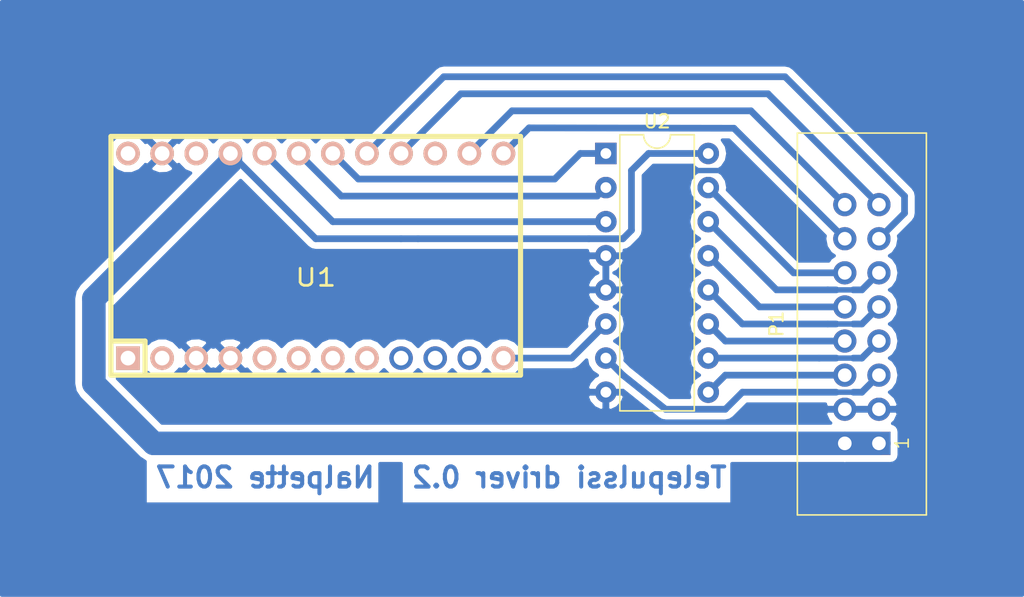
<source format=kicad_pcb>
(kicad_pcb (version 4) (host pcbnew 4.0.7-e1-6374~58~ubuntu17.04.1)

  (general
    (links 26)
    (no_connects 0)
    (area 122.555 90.17 198.755001 134.620001)
    (thickness 1.6)
    (drawings 2)
    (tracks 78)
    (zones 0)
    (modules 3)
    (nets 31)
  )

  (page A4)
  (title_block
    (title "Telepulssi driver")
    (date 2017-08-14)
    (rev 0.2)
    (company Nalpette)
  )

  (layers
    (0 F.Cu signal)
    (31 B.Cu signal)
    (32 B.Adhes user)
    (33 F.Adhes user)
    (34 B.Paste user)
    (35 F.Paste user)
    (36 B.SilkS user)
    (37 F.SilkS user)
    (38 B.Mask user)
    (39 F.Mask user)
    (40 Dwgs.User user)
    (41 Cmts.User user)
    (42 Eco1.User user)
    (43 Eco2.User user)
    (44 Edge.Cuts user)
    (45 Margin user)
    (46 B.CrtYd user)
    (47 F.CrtYd user)
    (48 B.Fab user)
    (49 F.Fab user)
  )

  (setup
    (last_trace_width 1.7526)
    (user_trace_width 0.5)
    (user_trace_width 1)
    (user_trace_width 1.7526)
    (trace_clearance 0.2)
    (zone_clearance 0.508)
    (zone_45_only no)
    (trace_min 0.4)
    (segment_width 0.2)
    (edge_width 0.1)
    (via_size 0.6)
    (via_drill 0.4)
    (via_min_size 0.4)
    (via_min_drill 0.3)
    (user_via 1 0.5)
    (uvia_size 0.3)
    (uvia_drill 0.1)
    (uvias_allowed no)
    (uvia_min_size 0.2)
    (uvia_min_drill 0.1)
    (pcb_text_width 0.3)
    (pcb_text_size 1.5 1.5)
    (mod_edge_width 0.15)
    (mod_text_size 1 1)
    (mod_text_width 0.15)
    (pad_size 1.7526 1.7526)
    (pad_drill 1.0922)
    (pad_to_mask_clearance 0)
    (aux_axis_origin 0 0)
    (visible_elements FFFFFF7F)
    (pcbplotparams
      (layerselection 0x00030_80000001)
      (usegerberextensions false)
      (excludeedgelayer true)
      (linewidth 0.100000)
      (plotframeref false)
      (viasonmask false)
      (mode 1)
      (useauxorigin false)
      (hpglpennumber 1)
      (hpglpenspeed 20)
      (hpglpendiameter 15)
      (hpglpenoverlay 2)
      (psnegative false)
      (psa4output false)
      (plotreference true)
      (plotvalue true)
      (plotinvisibletext false)
      (padsonsilk false)
      (subtractmaskfromsilk false)
      (outputformat 1)
      (mirror false)
      (drillshape 0)
      (scaleselection 1)
      (outputdirectory ../testi-ulos/))
  )

  (net 0 "")
  (net 1 GND)
  (net 2 "Net-(P1-Pad5)")
  (net 3 "Net-(P1-Pad6)")
  (net 4 "Net-(P1-Pad7)")
  (net 5 "Net-(P1-Pad8)")
  (net 6 "Net-(P1-Pad9)")
  (net 7 "Net-(P1-Pad10)")
  (net 8 "Net-(P1-Pad11)")
  (net 9 "Net-(P1-Pad12)")
  (net 10 "Net-(U1-Pad1)")
  (net 11 "Net-(U1-Pad2)")
  (net 12 "Net-(U1-Pad5)")
  (net 13 "Net-(U1-Pad6)")
  (net 14 "Net-(U1-Pad9)")
  (net 15 "Net-(U1-Pad10)")
  (net 16 "Net-(U1-Pad11)")
  (net 17 "Net-(U1-Pad18)")
  (net 18 "Net-(U1-Pad19)")
  (net 19 "Net-(U1-Pad20)")
  (net 20 "Net-(U1-Pad22)")
  (net 21 "Net-(U1-Pad12)")
  (net 22 "Net-(U1-Pad24)")
  (net 23 +5V)
  (net 24 "Net-(U1-Pad15)")
  (net 25 DATA)
  (net 26 "Net-(U1-Pad7)")
  (net 27 "Net-(U1-Pad8)")
  (net 28 COL)
  (net 29 ROW)
  (net 30 CLK)

  (net_class Default "This is the default net class."
    (clearance 0.2)
    (trace_width 0.4)
    (via_dia 0.6)
    (via_drill 0.4)
    (uvia_dia 0.3)
    (uvia_drill 0.1)
    (add_net +5V)
    (add_net CLK)
    (add_net COL)
    (add_net DATA)
    (add_net GND)
    (add_net "Net-(P1-Pad10)")
    (add_net "Net-(P1-Pad11)")
    (add_net "Net-(P1-Pad12)")
    (add_net "Net-(P1-Pad5)")
    (add_net "Net-(P1-Pad6)")
    (add_net "Net-(P1-Pad7)")
    (add_net "Net-(P1-Pad8)")
    (add_net "Net-(P1-Pad9)")
    (add_net "Net-(U1-Pad1)")
    (add_net "Net-(U1-Pad10)")
    (add_net "Net-(U1-Pad11)")
    (add_net "Net-(U1-Pad12)")
    (add_net "Net-(U1-Pad15)")
    (add_net "Net-(U1-Pad18)")
    (add_net "Net-(U1-Pad19)")
    (add_net "Net-(U1-Pad2)")
    (add_net "Net-(U1-Pad20)")
    (add_net "Net-(U1-Pad22)")
    (add_net "Net-(U1-Pad24)")
    (add_net "Net-(U1-Pad5)")
    (add_net "Net-(U1-Pad6)")
    (add_net "Net-(U1-Pad7)")
    (add_net "Net-(U1-Pad8)")
    (add_net "Net-(U1-Pad9)")
    (add_net ROW)
  )

  (module Connectors:IDC_Header_Straight_16pins (layer F.Cu) (tedit 0) (tstamp 5990426A)
    (at 187.96 123.19 90)
    (descr "16 pins through hole IDC header")
    (tags "IDC header socket VASCH")
    (path /5990061F)
    (fp_text reference P1 (at 8.89 -7.62 90) (layer F.SilkS)
      (effects (font (size 1 1) (thickness 0.15)))
    )
    (fp_text value HE10-16 (at 8.89 5.223 90) (layer F.Fab)
      (effects (font (size 1 1) (thickness 0.15)))
    )
    (fp_line (start -5.08 -5.82) (end 22.86 -5.82) (layer F.Fab) (width 0.1))
    (fp_line (start -4.54 -5.27) (end 22.3 -5.27) (layer F.Fab) (width 0.1))
    (fp_line (start -5.08 3.28) (end 22.86 3.28) (layer F.Fab) (width 0.1))
    (fp_line (start -4.54 2.73) (end 6.64 2.73) (layer F.Fab) (width 0.1))
    (fp_line (start 11.14 2.73) (end 22.3 2.73) (layer F.Fab) (width 0.1))
    (fp_line (start 6.64 2.73) (end 6.64 3.28) (layer F.Fab) (width 0.1))
    (fp_line (start 11.14 2.73) (end 11.14 3.28) (layer F.Fab) (width 0.1))
    (fp_line (start -5.08 -5.82) (end -5.08 3.28) (layer F.Fab) (width 0.1))
    (fp_line (start -4.54 -5.27) (end -4.54 2.73) (layer F.Fab) (width 0.1))
    (fp_line (start 22.86 -5.82) (end 22.86 3.28) (layer F.Fab) (width 0.1))
    (fp_line (start 22.3 -5.27) (end 22.3 2.73) (layer F.Fab) (width 0.1))
    (fp_line (start -5.08 -5.82) (end -4.54 -5.27) (layer F.Fab) (width 0.1))
    (fp_line (start 22.86 -5.82) (end 22.3 -5.27) (layer F.Fab) (width 0.1))
    (fp_line (start -5.08 3.28) (end -4.54 2.73) (layer F.Fab) (width 0.1))
    (fp_line (start 22.86 3.28) (end 22.3 2.73) (layer F.Fab) (width 0.1))
    (fp_line (start -5.58 -6.32) (end 23.36 -6.32) (layer F.CrtYd) (width 0.05))
    (fp_line (start 23.36 -6.32) (end 23.36 3.78) (layer F.CrtYd) (width 0.05))
    (fp_line (start 23.36 3.78) (end -5.58 3.78) (layer F.CrtYd) (width 0.05))
    (fp_line (start -5.58 3.78) (end -5.58 -6.32) (layer F.CrtYd) (width 0.05))
    (fp_text user 1 (at 0.02 1.72 90) (layer F.SilkS)
      (effects (font (size 1 1) (thickness 0.12)))
    )
    (fp_line (start -5.33 -6.07) (end 23.11 -6.07) (layer F.SilkS) (width 0.12))
    (fp_line (start 23.11 -6.07) (end 23.11 3.53) (layer F.SilkS) (width 0.12))
    (fp_line (start 23.11 3.53) (end -5.33 3.53) (layer F.SilkS) (width 0.12))
    (fp_line (start -5.33 3.53) (end -5.33 -6.07) (layer F.SilkS) (width 0.12))
    (pad 1 thru_hole rect (at 0 0 90) (size 1.7272 1.7272) (drill 1.016) (layers *.Cu *.Mask)
      (net 23 +5V))
    (pad 2 thru_hole oval (at 0 -2.54 90) (size 1.7272 1.7272) (drill 1.016) (layers *.Cu *.Mask)
      (net 23 +5V))
    (pad 3 thru_hole oval (at 2.54 0 90) (size 1.7272 1.7272) (drill 1.016) (layers *.Cu *.Mask)
      (net 1 GND))
    (pad 4 thru_hole oval (at 2.54 -2.54 90) (size 1.7272 1.7272) (drill 1.016) (layers *.Cu *.Mask)
      (net 1 GND))
    (pad 5 thru_hole oval (at 5.08 0 90) (size 1.7272 1.7272) (drill 1.016) (layers *.Cu *.Mask)
      (net 2 "Net-(P1-Pad5)"))
    (pad 6 thru_hole oval (at 5.08 -2.54 90) (size 1.7272 1.7272) (drill 1.016) (layers *.Cu *.Mask)
      (net 3 "Net-(P1-Pad6)"))
    (pad 7 thru_hole oval (at 7.62 0 90) (size 1.7272 1.7272) (drill 1.016) (layers *.Cu *.Mask)
      (net 4 "Net-(P1-Pad7)"))
    (pad 8 thru_hole oval (at 7.62 -2.54 90) (size 1.7272 1.7272) (drill 1.016) (layers *.Cu *.Mask)
      (net 5 "Net-(P1-Pad8)"))
    (pad 9 thru_hole oval (at 10.16 0 90) (size 1.7272 1.7272) (drill 1.016) (layers *.Cu *.Mask)
      (net 6 "Net-(P1-Pad9)"))
    (pad 10 thru_hole oval (at 10.16 -2.54 90) (size 1.7272 1.7272) (drill 1.016) (layers *.Cu *.Mask)
      (net 7 "Net-(P1-Pad10)"))
    (pad 11 thru_hole oval (at 12.7 0 90) (size 1.7272 1.7272) (drill 1.016) (layers *.Cu *.Mask)
      (net 8 "Net-(P1-Pad11)"))
    (pad 12 thru_hole oval (at 12.7 -2.54 90) (size 1.7272 1.7272) (drill 1.016) (layers *.Cu *.Mask)
      (net 9 "Net-(P1-Pad12)"))
    (pad 13 thru_hole oval (at 15.24 0 90) (size 1.7272 1.7272) (drill 1.016) (layers *.Cu *.Mask)
      (net 28 COL))
    (pad 14 thru_hole oval (at 15.24 -2.54 90) (size 1.7272 1.7272) (drill 1.016) (layers *.Cu *.Mask)
      (net 29 ROW))
    (pad 15 thru_hole oval (at 17.78 0 90) (size 1.7272 1.7272) (drill 1.016) (layers *.Cu *.Mask)
      (net 30 CLK))
    (pad 16 thru_hole oval (at 17.78 -2.54 90) (size 1.7272 1.7272) (drill 1.016) (layers *.Cu *.Mask)
      (net 25 DATA))
  )

  (module Atreus62:ARDUINO_PRO_MICRO (layer F.Cu) (tedit 599200CC) (tstamp 59904286)
    (at 146.05 109.22)
    (path /59900E4F)
    (fp_text reference U1 (at 0 1.625) (layer F.SilkS)
      (effects (font (size 1.27 1.524) (thickness 0.2032)))
    )
    (fp_text value ARDUINO_PRO_MICRO (at 0 0) (layer F.SilkS) hide
      (effects (font (size 1.27 1.524) (thickness 0.2032)))
    )
    (fp_line (start -15.24 -8.89) (end -15.24 8.89) (layer F.SilkS) (width 0.381))
    (fp_line (start -15.24 8.89) (end 15.24 8.89) (layer F.SilkS) (width 0.381))
    (fp_line (start 15.24 8.89) (end 15.24 -8.89) (layer F.SilkS) (width 0.381))
    (fp_line (start 15.24 -8.89) (end -15.24 -8.89) (layer F.SilkS) (width 0.381))
    (fp_line (start -15.24 6.35) (end -12.7 6.35) (layer F.SilkS) (width 0.381))
    (fp_line (start -12.7 6.35) (end -12.7 8.89) (layer F.SilkS) (width 0.381))
    (pad 1 thru_hole rect (at -13.97 7.62) (size 1.7526 1.7526) (drill 1.0922) (layers *.Cu *.SilkS *.Mask)
      (net 10 "Net-(U1-Pad1)"))
    (pad 2 thru_hole circle (at -11.43 7.62) (size 1.7526 1.7526) (drill 1.0922) (layers *.Cu *.SilkS *.Mask)
      (net 11 "Net-(U1-Pad2)"))
    (pad 3 thru_hole circle (at -8.89 7.62) (size 1.7526 1.7526) (drill 1.0922) (layers *.Cu *.SilkS *.Mask)
      (net 1 GND))
    (pad 4 thru_hole circle (at -6.35 7.62) (size 1.7526 1.7526) (drill 1.0922) (layers *.Cu *.SilkS *.Mask)
      (net 1 GND))
    (pad 5 thru_hole circle (at -3.81 7.62) (size 1.7526 1.7526) (drill 1.0922) (layers *.Cu *.SilkS *.Mask)
      (net 12 "Net-(U1-Pad5)"))
    (pad 6 thru_hole circle (at -1.27 7.62) (size 1.7526 1.7526) (drill 1.0922) (layers *.Cu *.SilkS *.Mask)
      (net 13 "Net-(U1-Pad6)"))
    (pad 7 thru_hole circle (at 1.27 7.62) (size 1.7526 1.7526) (drill 1.0922) (layers *.Cu *.SilkS *.Mask)
      (net 26 "Net-(U1-Pad7)"))
    (pad 8 thru_hole circle (at 3.81 7.62) (size 1.7526 1.7526) (drill 1.0922) (layers *.Cu *.SilkS *.Mask)
      (net 27 "Net-(U1-Pad8)"))
    (pad 9 thru_hole circle (at 6.35 7.62) (size 1.7526 1.7526) (drill 1.0922) (layers *.Cu *.Mask)
      (net 14 "Net-(U1-Pad9)"))
    (pad 10 thru_hole circle (at 8.89 7.62) (size 1.7526 1.7526) (drill 1.0922) (layers *.Cu *.Mask)
      (net 15 "Net-(U1-Pad10)"))
    (pad 11 thru_hole circle (at 11.43 7.62) (size 1.7526 1.7526) (drill 1.0922) (layers *.Cu *.Mask)
      (net 16 "Net-(U1-Pad11)"))
    (pad 13 thru_hole circle (at 13.97 -7.62) (size 1.7526 1.7526) (drill 1.0922) (layers *.Cu *.SilkS *.Mask)
      (net 29 ROW))
    (pad 14 thru_hole circle (at 11.43 -7.62) (size 1.7526 1.7526) (drill 1.0922) (layers *.Cu *.SilkS *.Mask)
      (net 25 DATA))
    (pad 15 thru_hole circle (at 8.89 -7.62) (size 1.7526 1.7526) (drill 1.0922) (layers *.Cu *.SilkS *.Mask)
      (net 24 "Net-(U1-Pad15)"))
    (pad 16 thru_hole circle (at 6.35 -7.62) (size 1.7526 1.7526) (drill 1.0922) (layers *.Cu *.SilkS *.Mask)
      (net 30 CLK))
    (pad 17 thru_hole circle (at 3.81 -7.62) (size 1.7526 1.7526) (drill 1.0922) (layers *.Cu *.SilkS *.Mask)
      (net 28 COL))
    (pad 18 thru_hole circle (at 1.27 -7.62) (size 1.7526 1.7526) (drill 1.0922) (layers *.Cu *.SilkS *.Mask)
      (net 17 "Net-(U1-Pad18)"))
    (pad 19 thru_hole circle (at -1.27 -7.62) (size 1.7526 1.7526) (drill 1.0922) (layers *.Cu *.SilkS *.Mask)
      (net 18 "Net-(U1-Pad19)"))
    (pad 20 thru_hole circle (at -3.81 -7.62) (size 1.7526 1.7526) (drill 1.0922) (layers *.Cu *.SilkS *.Mask)
      (net 19 "Net-(U1-Pad20)"))
    (pad 21 thru_hole circle (at -6.35 -7.62) (size 1.7526 1.7526) (drill 1.0922) (layers *.Cu *.SilkS *.Mask)
      (net 23 +5V))
    (pad 22 thru_hole circle (at -8.89 -7.62) (size 1.7526 1.7526) (drill 1.0922) (layers *.Cu *.SilkS *.Mask)
      (net 20 "Net-(U1-Pad22)"))
    (pad 23 thru_hole circle (at -11.43 -7.62) (size 1.7526 1.7526) (drill 1.0922) (layers *.Cu *.SilkS *.Mask)
      (net 1 GND))
    (pad 12 thru_hole circle (at 13.97 7.62) (size 1.7526 1.7526) (drill 1.0922) (layers *.Cu *.SilkS *.Mask)
      (net 21 "Net-(U1-Pad12)"))
    (pad 24 thru_hole circle (at -13.97 -7.62) (size 1.7526 1.7526) (drill 1.0922) (layers *.Cu *.SilkS *.Mask)
      (net 22 "Net-(U1-Pad24)"))
  )

  (module Housings_DIP:DIP-16_W7.62mm (layer F.Cu) (tedit 586281B4) (tstamp 5990429A)
    (at 167.64 101.6)
    (descr "16-lead dip package, row spacing 7.62 mm (300 mils)")
    (tags "DIL DIP PDIP 2.54mm 7.62mm 300mil")
    (path /5990037E)
    (fp_text reference U2 (at 3.81 -2.39) (layer F.SilkS)
      (effects (font (size 1 1) (thickness 0.15)))
    )
    (fp_text value 74LS138 (at 3.81 20.17) (layer F.Fab)
      (effects (font (size 1 1) (thickness 0.15)))
    )
    (fp_arc (start 3.81 -1.39) (end 2.81 -1.39) (angle -180) (layer F.SilkS) (width 0.12))
    (fp_line (start 1.635 -1.27) (end 6.985 -1.27) (layer F.Fab) (width 0.1))
    (fp_line (start 6.985 -1.27) (end 6.985 19.05) (layer F.Fab) (width 0.1))
    (fp_line (start 6.985 19.05) (end 0.635 19.05) (layer F.Fab) (width 0.1))
    (fp_line (start 0.635 19.05) (end 0.635 -0.27) (layer F.Fab) (width 0.1))
    (fp_line (start 0.635 -0.27) (end 1.635 -1.27) (layer F.Fab) (width 0.1))
    (fp_line (start 2.81 -1.39) (end 1.04 -1.39) (layer F.SilkS) (width 0.12))
    (fp_line (start 1.04 -1.39) (end 1.04 19.17) (layer F.SilkS) (width 0.12))
    (fp_line (start 1.04 19.17) (end 6.58 19.17) (layer F.SilkS) (width 0.12))
    (fp_line (start 6.58 19.17) (end 6.58 -1.39) (layer F.SilkS) (width 0.12))
    (fp_line (start 6.58 -1.39) (end 4.81 -1.39) (layer F.SilkS) (width 0.12))
    (fp_line (start -1.1 -1.6) (end -1.1 19.3) (layer F.CrtYd) (width 0.05))
    (fp_line (start -1.1 19.3) (end 8.7 19.3) (layer F.CrtYd) (width 0.05))
    (fp_line (start 8.7 19.3) (end 8.7 -1.6) (layer F.CrtYd) (width 0.05))
    (fp_line (start 8.7 -1.6) (end -1.1 -1.6) (layer F.CrtYd) (width 0.05))
    (pad 1 thru_hole rect (at 0 0) (size 1.6 1.6) (drill 0.8) (layers *.Cu *.Mask)
      (net 17 "Net-(U1-Pad18)"))
    (pad 9 thru_hole oval (at 7.62 17.78) (size 1.6 1.6) (drill 0.8) (layers *.Cu *.Mask)
      (net 3 "Net-(P1-Pad6)"))
    (pad 2 thru_hole oval (at 0 2.54) (size 1.6 1.6) (drill 0.8) (layers *.Cu *.Mask)
      (net 18 "Net-(U1-Pad19)"))
    (pad 10 thru_hole oval (at 7.62 15.24) (size 1.6 1.6) (drill 0.8) (layers *.Cu *.Mask)
      (net 4 "Net-(P1-Pad7)"))
    (pad 3 thru_hole oval (at 0 5.08) (size 1.6 1.6) (drill 0.8) (layers *.Cu *.Mask)
      (net 19 "Net-(U1-Pad20)"))
    (pad 11 thru_hole oval (at 7.62 12.7) (size 1.6 1.6) (drill 0.8) (layers *.Cu *.Mask)
      (net 5 "Net-(P1-Pad8)"))
    (pad 4 thru_hole oval (at 0 7.62) (size 1.6 1.6) (drill 0.8) (layers *.Cu *.Mask)
      (net 1 GND))
    (pad 12 thru_hole oval (at 7.62 10.16) (size 1.6 1.6) (drill 0.8) (layers *.Cu *.Mask)
      (net 6 "Net-(P1-Pad9)"))
    (pad 5 thru_hole oval (at 0 10.16) (size 1.6 1.6) (drill 0.8) (layers *.Cu *.Mask)
      (net 1 GND))
    (pad 13 thru_hole oval (at 7.62 7.62) (size 1.6 1.6) (drill 0.8) (layers *.Cu *.Mask)
      (net 7 "Net-(P1-Pad10)"))
    (pad 6 thru_hole oval (at 0 12.7) (size 1.6 1.6) (drill 0.8) (layers *.Cu *.Mask)
      (net 21 "Net-(U1-Pad12)"))
    (pad 14 thru_hole oval (at 7.62 5.08) (size 1.6 1.6) (drill 0.8) (layers *.Cu *.Mask)
      (net 8 "Net-(P1-Pad11)"))
    (pad 7 thru_hole oval (at 0 15.24) (size 1.6 1.6) (drill 0.8) (layers *.Cu *.Mask)
      (net 2 "Net-(P1-Pad5)"))
    (pad 15 thru_hole oval (at 7.62 2.54) (size 1.6 1.6) (drill 0.8) (layers *.Cu *.Mask)
      (net 9 "Net-(P1-Pad12)"))
    (pad 8 thru_hole oval (at 0 17.78) (size 1.6 1.6) (drill 0.8) (layers *.Cu *.Mask)
      (net 1 GND))
    (pad 16 thru_hole oval (at 7.62 0) (size 1.6 1.6) (drill 0.8) (layers *.Cu *.Mask)
      (net 23 +5V))
    (model Housings_DIP.3dshapes/DIP-16_W7.62mm.wrl
      (at (xyz 0 0 0))
      (scale (xyz 1 1 1))
      (rotate (xyz 0 0 0))
    )
  )

  (gr_text "Nalpette 2017" (at 133.985 125.73) (layer B.Cu)
    (effects (font (size 1.5 1.5) (thickness 0.3)) (justify right mirror))
  )
  (gr_text "Telepulssi driver 0.2" (at 153.035 125.73) (layer B.Cu)
    (effects (font (size 1.5 1.5) (thickness 0.3)) (justify right mirror))
  )

  (segment (start 167.64 109.22) (end 170.18 109.22) (width 0.4) (layer B.Cu) (net 1))
  (segment (start 173.355 102.87) (end 176.53 102.87) (width 0.4) (layer B.Cu) (net 1) (tstamp 599203A0))
  (segment (start 173.355 106.045) (end 173.355 102.87) (width 0.4) (layer B.Cu) (net 1) (tstamp 5992039E))
  (segment (start 170.18 109.22) (end 173.355 106.045) (width 0.4) (layer B.Cu) (net 1) (tstamp 5992039A))
  (segment (start 186.055 119.38) (end 186.69 119.38) (width 0.5) (layer B.Cu) (net 2))
  (segment (start 184.785 119.38) (end 186.055 119.38) (width 0.4) (layer B.Cu) (net 2))
  (segment (start 172.085 120.65) (end 176.53 120.65) (width 0.5) (layer B.Cu) (net 2) (tstamp 5991F662))
  (segment (start 176.53 120.65) (end 177.8 119.38) (width 0.5) (layer B.Cu) (net 2) (tstamp 5991F666))
  (segment (start 177.8 119.38) (end 184.785 119.38) (width 0.5) (layer B.Cu) (net 2) (tstamp 5991F673))
  (segment (start 168.91 118.11) (end 172.085 120.65) (width 0.5) (layer B.Cu) (net 2))
  (segment (start 186.69 119.38) (end 187.96 118.11) (width 0.5) (layer B.Cu) (net 2) (tstamp 5991F6A6))
  (segment (start 168.91 118.11) (end 167.64 116.84) (width 0.5) (layer B.Cu) (net 2))
  (segment (start 175.26 119.38) (end 176.53 118.11) (width 0.5) (layer B.Cu) (net 3))
  (segment (start 181.61 118.11) (end 185.42 118.11) (width 0.5) (layer B.Cu) (net 3) (tstamp 5991F6BF))
  (segment (start 176.53 118.11) (end 181.61 118.11) (width 0.5) (layer B.Cu) (net 3) (tstamp 5991F6BB))
  (segment (start 186.055 116.84) (end 186.69 116.84) (width 0.5) (layer B.Cu) (net 4))
  (segment (start 184.785 116.84) (end 183.515 116.84) (width 0.5) (layer B.Cu) (net 4))
  (segment (start 175.26 116.84) (end 183.515 116.84) (width 0.5) (layer B.Cu) (net 4))
  (segment (start 187.96 115.57) (end 186.69 116.84) (width 0.5) (layer B.Cu) (net 4))
  (segment (start 186.055 116.84) (end 184.785 116.84) (width 0.4) (layer B.Cu) (net 4) (tstamp 5991FFC3))
  (segment (start 185.42 115.57) (end 176.53 115.57) (width 0.5) (layer B.Cu) (net 5))
  (segment (start 176.53 115.57) (end 175.26 114.3) (width 0.5) (layer B.Cu) (net 5) (tstamp 5991F6F0))
  (segment (start 186.055 114.3) (end 186.69 114.3) (width 0.5) (layer B.Cu) (net 6))
  (segment (start 184.15 114.3) (end 184.785 114.3) (width 0.5) (layer B.Cu) (net 6))
  (segment (start 187.96 113.03) (end 186.69 114.3) (width 0.5) (layer B.Cu) (net 6))
  (segment (start 186.055 114.3) (end 184.785 114.3) (width 0.4) (layer B.Cu) (net 6) (tstamp 5991FFB8))
  (segment (start 177.8 114.3) (end 175.26 111.76) (width 0.5) (layer B.Cu) (net 6) (tstamp 5991F701))
  (segment (start 184.15 114.3) (end 177.8 114.3) (width 0.5) (layer B.Cu) (net 6) (tstamp 5991F6FC))
  (segment (start 185.42 113.03) (end 179.07 113.03) (width 0.5) (layer B.Cu) (net 7))
  (segment (start 179.07 113.03) (end 175.26 109.22) (width 0.5) (layer B.Cu) (net 7) (tstamp 5991F71A))
  (segment (start 186.055 111.76) (end 186.69 111.76) (width 0.5) (layer B.Cu) (net 8))
  (segment (start 184.15 111.76) (end 184.785 111.76) (width 0.5) (layer B.Cu) (net 8))
  (segment (start 187.96 110.49) (end 186.69 111.76) (width 0.5) (layer B.Cu) (net 8))
  (segment (start 186.055 111.76) (end 184.785 111.76) (width 0.4) (layer B.Cu) (net 8) (tstamp 5991FFBD))
  (segment (start 180.34 111.76) (end 175.26 106.68) (width 0.5) (layer B.Cu) (net 8) (tstamp 5991F75C))
  (segment (start 184.15 111.76) (end 180.34 111.76) (width 0.5) (layer B.Cu) (net 8) (tstamp 5991F75B))
  (segment (start 185.42 110.49) (end 181.61 110.49) (width 0.5) (layer B.Cu) (net 9))
  (segment (start 181.61 110.49) (end 175.26 104.14) (width 0.5) (layer B.Cu) (net 9) (tstamp 5991F735))
  (segment (start 167.64 101.6) (end 165.735 101.6) (width 0.5) (layer B.Cu) (net 17))
  (segment (start 149.225 103.505) (end 147.32 101.6) (width 0.5) (layer B.Cu) (net 17) (tstamp 5991FE1E))
  (segment (start 163.83 103.505) (end 149.225 103.505) (width 0.5) (layer B.Cu) (net 17) (tstamp 5991FE16))
  (segment (start 165.735 101.6) (end 163.83 103.505) (width 0.5) (layer B.Cu) (net 17) (tstamp 5991FE13))
  (segment (start 147.955 104.775) (end 167.005 104.775) (width 0.5) (layer B.Cu) (net 18))
  (segment (start 167.005 104.775) (end 167.64 104.14) (width 0.4) (layer B.Cu) (net 18) (tstamp 5991FEED))
  (segment (start 147.955 104.775) (end 144.78 101.6) (width 0.5) (layer B.Cu) (net 18) (tstamp 5991FE06))
  (segment (start 167.64 106.68) (end 147.32 106.68) (width 0.5) (layer B.Cu) (net 19))
  (segment (start 147.32 106.68) (end 142.24 101.6) (width 0.5) (layer B.Cu) (net 19) (tstamp 5991FE00))
  (segment (start 160.02 116.84) (end 165.1 116.84) (width 0.5) (layer B.Cu) (net 21))
  (segment (start 165.1 116.84) (end 167.64 114.3) (width 0.5) (layer B.Cu) (net 21) (tstamp 5990B45E))
  (segment (start 187.96 123.19) (end 185.42 123.19) (width 1.7526) (layer B.Cu) (net 23))
  (segment (start 185.42 123.19) (end 133.985 123.19) (width 1.7526) (layer B.Cu) (net 23) (tstamp 5992FA51))
  (segment (start 133.985 123.19) (end 129.54 118.745) (width 1.7526) (layer B.Cu) (net 23) (tstamp 5992FA54))
  (segment (start 129.54 118.745) (end 129.54 112.395) (width 1.7526) (layer B.Cu) (net 23) (tstamp 5992FA59))
  (segment (start 129.54 112.395) (end 139.7 102.235) (width 1.7526) (layer B.Cu) (net 23) (tstamp 5992FA5B))
  (segment (start 139.7 102.235) (end 139.7 101.6) (width 1.7526) (layer B.Cu) (net 23) (tstamp 5992FA68))
  (segment (start 169.545 107.315) (end 169.545 102.87) (width 0.5) (layer B.Cu) (net 23))
  (segment (start 146.05 107.95) (end 139.7 101.6) (width 0.5) (layer B.Cu) (net 23) (tstamp 5990B61D))
  (segment (start 168.91 107.95) (end 166.37 107.95) (width 0.5) (layer B.Cu) (net 23) (tstamp 5990B61A))
  (segment (start 169.545 107.315) (end 168.91 107.95) (width 0.5) (layer B.Cu) (net 23) (tstamp 5992038C))
  (segment (start 152.4 107.95) (end 146.05 107.95) (width 0.5) (layer B.Cu) (net 23) (tstamp 5990DAC4))
  (segment (start 166.37 107.95) (end 153.67 107.95) (width 0.5) (layer B.Cu) (net 23) (tstamp 5990D731))
  (segment (start 153.67 107.95) (end 152.4 107.95) (width 0.5) (layer B.Cu) (net 23) (tstamp 5990BBFF))
  (segment (start 169.545 102.87) (end 170.815 101.6) (width 0.5) (layer B.Cu) (net 23) (tstamp 5992038E))
  (segment (start 170.815 101.6) (end 175.26 101.6) (width 0.5) (layer B.Cu) (net 23) (tstamp 59920394))
  (segment (start 157.48 101.6) (end 160.655 98.425) (width 0.5) (layer B.Cu) (net 25))
  (segment (start 178.435 98.425) (end 185.42 105.41) (width 0.5) (layer B.Cu) (net 25) (tstamp 5991F7D4))
  (segment (start 160.655 98.425) (end 178.435 98.425) (width 0.5) (layer B.Cu) (net 25) (tstamp 5991F7CC))
  (segment (start 189.865 104.775) (end 189.865 106.045) (width 0.5) (layer B.Cu) (net 28))
  (segment (start 187.96 107.95) (end 189.865 106.045) (width 0.5) (layer B.Cu) (net 28))
  (segment (start 155.575 95.885) (end 149.86 101.6) (width 0.5) (layer B.Cu) (net 28) (tstamp 5991FDF5))
  (segment (start 180.975 95.885) (end 155.575 95.885) (width 0.5) (layer B.Cu) (net 28) (tstamp 5991FDEE))
  (segment (start 189.865 104.775) (end 180.975 95.885) (width 0.5) (layer B.Cu) (net 28) (tstamp 5991FF31))
  (segment (start 185.42 107.95) (end 177.165938 99.719387) (width 0.5) (layer B.Cu) (net 29))
  (segment (start 161.925 99.695) (end 160.02 101.6) (width 0.5) (layer B.Cu) (net 29) (tstamp 5991FE35))
  (segment (start 177.165938 99.719387) (end 161.925 99.695) (width 0.5) (layer B.Cu) (net 29) (tstamp 5991FE2E))
  (segment (start 152.4 101.6) (end 156.845 97.155) (width 0.5) (layer B.Cu) (net 30))
  (segment (start 179.705 97.155) (end 187.96 105.41) (width 0.5) (layer B.Cu) (net 30) (tstamp 5991F830))
  (segment (start 156.845 97.155) (end 179.705 97.155) (width 0.5) (layer B.Cu) (net 30) (tstamp 5991F82C))

  (zone (net 1) (net_name GND) (layer B.Cu) (tstamp 5990BF3A) (hatch edge 0.508)
    (connect_pads (clearance 0.508))
    (min_thickness 0.254)
    (fill yes (arc_segments 16) (thermal_gap 0.508) (thermal_bridge_width 0.508))
    (polygon
      (pts
        (xy 198.755 134.62) (xy 122.555 134.62) (xy 122.555 90.17) (xy 198.755 90.17)
      )
    )
    (filled_polygon
      (pts
        (xy 198.628 134.493) (xy 122.682 134.493) (xy 122.682 112.395) (xy 128.0287 112.395) (xy 128.0287 118.745)
        (xy 128.087643 119.041325) (xy 128.143741 119.32335) (xy 128.47135 119.81365) (xy 132.916349 124.25865) (xy 133.35 124.548407)
        (xy 133.35 127.715) (xy 150.834284 127.715) (xy 150.834284 124.7013) (xy 152.4 124.7013) (xy 152.4 127.715)
        (xy 177.027141 127.715) (xy 177.027141 124.7013) (xy 185.33625 124.7013) (xy 185.42 124.717959) (xy 185.50375 124.7013)
        (xy 187.96 124.7013) (xy 187.961307 124.70104) (xy 188.8236 124.70104) (xy 189.058917 124.656762) (xy 189.275041 124.51769)
        (xy 189.420031 124.30549) (xy 189.47104 124.0536) (xy 189.47104 123.191307) (xy 189.4713 123.19) (xy 189.47104 123.188693)
        (xy 189.47104 122.3264) (xy 189.426762 122.091083) (xy 189.28769 121.874959) (xy 189.07549 121.729969) (xy 188.978549 121.710338)
        (xy 189.166821 121.53849) (xy 189.414968 121.009027) (xy 189.294469 120.777) (xy 188.087 120.777) (xy 188.087 120.797)
        (xy 187.833 120.797) (xy 187.833 120.777) (xy 185.547 120.777) (xy 185.547 120.797) (xy 185.293 120.797)
        (xy 185.293 120.777) (xy 184.085531 120.777) (xy 183.965032 121.009027) (xy 184.213179 121.53849) (xy 184.36679 121.6787)
        (xy 134.611001 121.6787) (xy 132.66134 119.729039) (xy 166.248096 119.729039) (xy 166.408959 120.117423) (xy 166.784866 120.532389)
        (xy 167.290959 120.771914) (xy 167.513 120.650629) (xy 167.513 119.507) (xy 167.767 119.507) (xy 167.767 120.650629)
        (xy 167.989041 120.771914) (xy 168.495134 120.532389) (xy 168.871041 120.117423) (xy 169.031904 119.729039) (xy 168.909915 119.507)
        (xy 167.767 119.507) (xy 167.513 119.507) (xy 166.370085 119.507) (xy 166.248096 119.729039) (xy 132.66134 119.729039)
        (xy 131.29604 118.36374) (xy 132.9563 118.36374) (xy 133.191617 118.319462) (xy 133.407741 118.18039) (xy 133.552731 117.96819)
        (xy 133.562522 117.919843) (xy 133.7628 118.120471) (xy 134.318065 118.351037) (xy 134.919297 118.351562) (xy 135.474964 118.121965)
        (xy 135.69431 117.903001) (xy 136.276604 117.903001) (xy 136.360104 118.157027) (xy 136.924997 118.362882) (xy 137.525668 118.336891)
        (xy 137.959896 118.157027) (xy 138.043396 117.903001) (xy 138.816604 117.903001) (xy 138.900104 118.157027) (xy 139.464997 118.362882)
        (xy 140.065668 118.336891) (xy 140.499896 118.157027) (xy 140.583396 117.903001) (xy 139.7 117.019605) (xy 138.816604 117.903001)
        (xy 138.043396 117.903001) (xy 137.16 117.019605) (xy 136.276604 117.903001) (xy 135.69431 117.903001) (xy 135.900471 117.6972)
        (xy 135.914503 117.663408) (xy 136.096999 117.723396) (xy 136.980395 116.84) (xy 137.339605 116.84) (xy 138.223001 117.723396)
        (xy 138.43 117.655354) (xy 138.636999 117.723396) (xy 139.520395 116.84) (xy 138.636999 115.956604) (xy 138.43 116.024646)
        (xy 138.223001 115.956604) (xy 137.339605 116.84) (xy 136.980395 116.84) (xy 136.096999 115.956604) (xy 135.914944 116.016447)
        (xy 135.901965 115.985036) (xy 135.694291 115.776999) (xy 136.276604 115.776999) (xy 137.16 116.660395) (xy 138.043396 115.776999)
        (xy 138.816604 115.776999) (xy 139.7 116.660395) (xy 140.583396 115.776999) (xy 140.499896 115.522973) (xy 139.935003 115.317118)
        (xy 139.334332 115.343109) (xy 138.900104 115.522973) (xy 138.816604 115.776999) (xy 138.043396 115.776999) (xy 137.959896 115.522973)
        (xy 137.395003 115.317118) (xy 136.794332 115.343109) (xy 136.360104 115.522973) (xy 136.276604 115.776999) (xy 135.694291 115.776999)
        (xy 135.4772 115.559529) (xy 134.921935 115.328963) (xy 134.320703 115.328438) (xy 133.765036 115.558035) (xy 133.564985 115.757737)
        (xy 133.559462 115.728383) (xy 133.42039 115.512259) (xy 133.20819 115.367269) (xy 132.9563 115.31626) (xy 131.2037 115.31626)
        (xy 131.0513 115.344936) (xy 131.0513 113.021) (xy 134.503261 109.569039) (xy 166.248096 109.569039) (xy 166.408959 109.957423)
        (xy 166.784866 110.372389) (xy 167.033367 110.49) (xy 166.784866 110.607611) (xy 166.408959 111.022577) (xy 166.248096 111.410961)
        (xy 166.370085 111.633) (xy 167.513 111.633) (xy 167.513 109.347) (xy 167.767 109.347) (xy 167.767 111.633)
        (xy 168.909915 111.633) (xy 169.031904 111.410961) (xy 168.871041 111.022577) (xy 168.495134 110.607611) (xy 168.246633 110.49)
        (xy 168.495134 110.372389) (xy 168.871041 109.957423) (xy 169.031904 109.569039) (xy 168.909915 109.347) (xy 167.767 109.347)
        (xy 167.513 109.347) (xy 166.370085 109.347) (xy 166.248096 109.569039) (xy 134.503261 109.569039) (xy 140.460361 103.61194)
        (xy 145.424208 108.575787) (xy 145.42421 108.57579) (xy 145.566477 108.670849) (xy 145.711325 108.767633) (xy 146.05 108.835001)
        (xy 146.050005 108.835) (xy 166.262991 108.835) (xy 166.248096 108.870961) (xy 166.370085 109.093) (xy 167.513 109.093)
        (xy 167.513 109.073) (xy 167.767 109.073) (xy 167.767 109.093) (xy 168.909915 109.093) (xy 169.031904 108.870961)
        (xy 169.008865 108.815335) (xy 169.192484 108.77881) (xy 169.248675 108.767633) (xy 169.53579 108.57579) (xy 169.535791 108.575789)
        (xy 170.170787 107.940792) (xy 170.17079 107.94079) (xy 170.298975 107.748946) (xy 170.362634 107.653674) (xy 170.430001 107.315)
        (xy 170.43 107.314995) (xy 170.43 103.23658) (xy 171.181579 102.485) (xy 174.130527 102.485) (xy 174.217189 102.614698)
        (xy 174.599275 102.87) (xy 174.217189 103.125302) (xy 173.90612 103.590849) (xy 173.796887 104.14) (xy 173.90612 104.689151)
        (xy 174.217189 105.154698) (xy 174.599275 105.41) (xy 174.217189 105.665302) (xy 173.90612 106.130849) (xy 173.796887 106.68)
        (xy 173.90612 107.229151) (xy 174.217189 107.694698) (xy 174.599275 107.95) (xy 174.217189 108.205302) (xy 173.90612 108.670849)
        (xy 173.796887 109.22) (xy 173.90612 109.769151) (xy 174.217189 110.234698) (xy 174.599275 110.49) (xy 174.217189 110.745302)
        (xy 173.90612 111.210849) (xy 173.796887 111.76) (xy 173.90612 112.309151) (xy 174.217189 112.774698) (xy 174.599275 113.03)
        (xy 174.217189 113.285302) (xy 173.90612 113.750849) (xy 173.796887 114.3) (xy 173.90612 114.849151) (xy 174.217189 115.314698)
        (xy 174.599275 115.57) (xy 174.217189 115.825302) (xy 173.90612 116.290849) (xy 173.796887 116.84) (xy 173.90612 117.389151)
        (xy 174.217189 117.854698) (xy 174.599275 118.11) (xy 174.217189 118.365302) (xy 173.90612 118.830849) (xy 173.796887 119.38)
        (xy 173.873468 119.765) (xy 172.395441 119.765) (xy 169.50113 117.449551) (xy 169.068017 117.016438) (xy 169.103113 116.84)
        (xy 168.99388 116.290849) (xy 168.682811 115.825302) (xy 168.300725 115.57) (xy 168.682811 115.314698) (xy 168.99388 114.849151)
        (xy 169.103113 114.3) (xy 168.99388 113.750849) (xy 168.682811 113.285302) (xy 168.278297 113.015014) (xy 168.495134 112.912389)
        (xy 168.871041 112.497423) (xy 169.031904 112.109039) (xy 168.909915 111.887) (xy 167.767 111.887) (xy 167.767 111.907)
        (xy 167.513 111.907) (xy 167.513 111.887) (xy 166.370085 111.887) (xy 166.248096 112.109039) (xy 166.408959 112.497423)
        (xy 166.784866 112.912389) (xy 167.001703 113.015014) (xy 166.597189 113.285302) (xy 166.28612 113.750849) (xy 166.176887 114.3)
        (xy 166.211983 114.476438) (xy 164.73342 115.955) (xy 161.271981 115.955) (xy 160.8772 115.559529) (xy 160.321935 115.328963)
        (xy 159.720703 115.328438) (xy 159.165036 115.558035) (xy 158.749649 115.972698) (xy 158.3372 115.559529) (xy 157.781935 115.328963)
        (xy 157.180703 115.328438) (xy 156.625036 115.558035) (xy 156.209649 115.972698) (xy 155.7972 115.559529) (xy 155.241935 115.328963)
        (xy 154.640703 115.328438) (xy 154.085036 115.558035) (xy 153.669649 115.972698) (xy 153.2572 115.559529) (xy 152.701935 115.328963)
        (xy 152.100703 115.328438) (xy 151.545036 115.558035) (xy 151.129649 115.972698) (xy 150.7172 115.559529) (xy 150.161935 115.328963)
        (xy 149.560703 115.328438) (xy 149.005036 115.558035) (xy 148.589649 115.972698) (xy 148.1772 115.559529) (xy 147.621935 115.328963)
        (xy 147.020703 115.328438) (xy 146.465036 115.558035) (xy 146.049649 115.972698) (xy 145.6372 115.559529) (xy 145.081935 115.328963)
        (xy 144.480703 115.328438) (xy 143.925036 115.558035) (xy 143.509649 115.972698) (xy 143.0972 115.559529) (xy 142.541935 115.328963)
        (xy 141.940703 115.328438) (xy 141.385036 115.558035) (xy 140.959529 115.9828) (xy 140.945497 116.016592) (xy 140.763001 115.956604)
        (xy 139.879605 116.84) (xy 140.763001 117.723396) (xy 140.945056 117.663553) (xy 140.958035 117.694964) (xy 141.3828 118.120471)
        (xy 141.938065 118.351037) (xy 142.539297 118.351562) (xy 143.094964 118.121965) (xy 143.510351 117.707302) (xy 143.9228 118.120471)
        (xy 144.478065 118.351037) (xy 145.079297 118.351562) (xy 145.634964 118.121965) (xy 146.050351 117.707302) (xy 146.4628 118.120471)
        (xy 147.018065 118.351037) (xy 147.619297 118.351562) (xy 148.174964 118.121965) (xy 148.590351 117.707302) (xy 149.0028 118.120471)
        (xy 149.558065 118.351037) (xy 150.159297 118.351562) (xy 150.714964 118.121965) (xy 151.130351 117.707302) (xy 151.5428 118.120471)
        (xy 152.098065 118.351037) (xy 152.699297 118.351562) (xy 153.254964 118.121965) (xy 153.670351 117.707302) (xy 154.0828 118.120471)
        (xy 154.638065 118.351037) (xy 155.239297 118.351562) (xy 155.794964 118.121965) (xy 156.210351 117.707302) (xy 156.6228 118.120471)
        (xy 157.178065 118.351037) (xy 157.779297 118.351562) (xy 158.334964 118.121965) (xy 158.750351 117.707302) (xy 159.1628 118.120471)
        (xy 159.718065 118.351037) (xy 160.319297 118.351562) (xy 160.874964 118.121965) (xy 161.272622 117.725) (xy 165.099995 117.725)
        (xy 165.1 117.725001) (xy 165.382484 117.66881) (xy 165.438675 117.657633) (xy 165.72579 117.46579) (xy 166.20587 116.985709)
        (xy 166.28612 117.389151) (xy 166.597189 117.854698) (xy 167.001703 118.124986) (xy 166.784866 118.227611) (xy 166.408959 118.642577)
        (xy 166.248096 119.030961) (xy 166.370085 119.253) (xy 167.513 119.253) (xy 167.513 119.233) (xy 167.767 119.233)
        (xy 167.767 119.253) (xy 168.909915 119.253) (xy 168.913623 119.246251) (xy 171.532145 121.341069) (xy 171.642738 121.398419)
        (xy 171.746325 121.467633) (xy 171.794807 121.477277) (xy 171.83869 121.500033) (xy 171.962817 121.510696) (xy 172.085 121.535)
        (xy 176.529995 121.535) (xy 176.53 121.535001) (xy 176.812484 121.47881) (xy 176.868675 121.467633) (xy 177.15579 121.27579)
        (xy 178.166579 120.265) (xy 183.977205 120.265) (xy 183.965032 120.290973) (xy 184.085531 120.523) (xy 185.293 120.523)
        (xy 185.293 120.503) (xy 185.547 120.503) (xy 185.547 120.523) (xy 187.833 120.523) (xy 187.833 120.503)
        (xy 188.087 120.503) (xy 188.087 120.523) (xy 189.294469 120.523) (xy 189.414968 120.290973) (xy 189.166821 119.76151)
        (xy 188.748839 119.379992) (xy 189.01967 119.199029) (xy 189.344526 118.712848) (xy 189.4586 118.139359) (xy 189.4586 118.080641)
        (xy 189.344526 117.507152) (xy 189.01967 117.020971) (xy 188.748828 116.84) (xy 189.01967 116.659029) (xy 189.344526 116.172848)
        (xy 189.4586 115.599359) (xy 189.4586 115.540641) (xy 189.344526 114.967152) (xy 189.01967 114.480971) (xy 188.748828 114.3)
        (xy 189.01967 114.119029) (xy 189.344526 113.632848) (xy 189.4586 113.059359) (xy 189.4586 113.000641) (xy 189.344526 112.427152)
        (xy 189.01967 111.940971) (xy 188.748828 111.76) (xy 189.01967 111.579029) (xy 189.344526 111.092848) (xy 189.4586 110.519359)
        (xy 189.4586 110.460641) (xy 189.344526 109.887152) (xy 189.01967 109.400971) (xy 188.748828 109.22) (xy 189.01967 109.039029)
        (xy 189.344526 108.552848) (xy 189.4586 107.979359) (xy 189.4586 107.920641) (xy 189.422488 107.739092) (xy 190.490787 106.670792)
        (xy 190.49079 106.67079) (xy 190.682633 106.383675) (xy 190.69381 106.327484) (xy 190.750001 106.045) (xy 190.75 106.044995)
        (xy 190.75 104.775005) (xy 190.750001 104.775) (xy 190.682634 104.436326) (xy 190.605556 104.320971) (xy 190.49079 104.14921)
        (xy 190.490787 104.149208) (xy 181.60079 95.25921) (xy 181.313675 95.067367) (xy 181.257484 95.05619) (xy 180.975 94.999999)
        (xy 180.974995 95) (xy 155.575005 95) (xy 155.575 94.999999) (xy 155.236326 95.067366) (xy 155.236324 95.067367)
        (xy 155.236325 95.067367) (xy 154.94921 95.25921) (xy 154.949208 95.259213) (xy 150.119494 100.088926) (xy 149.560703 100.088438)
        (xy 149.005036 100.318035) (xy 148.589649 100.732698) (xy 148.1772 100.319529) (xy 147.621935 100.088963) (xy 147.020703 100.088438)
        (xy 146.465036 100.318035) (xy 146.049649 100.732698) (xy 145.6372 100.319529) (xy 145.081935 100.088963) (xy 144.480703 100.088438)
        (xy 143.925036 100.318035) (xy 143.509649 100.732698) (xy 143.0972 100.319529) (xy 142.541935 100.088963) (xy 141.940703 100.088438)
        (xy 141.385036 100.318035) (xy 140.969649 100.732698) (xy 140.5572 100.319529) (xy 140.001935 100.088963) (xy 139.400703 100.088438)
        (xy 138.845036 100.318035) (xy 138.429649 100.732698) (xy 138.0172 100.319529) (xy 137.461935 100.088963) (xy 136.860703 100.088438)
        (xy 136.305036 100.318035) (xy 135.879529 100.7428) (xy 135.865497 100.776592) (xy 135.683001 100.716604) (xy 134.799605 101.6)
        (xy 135.683001 102.483396) (xy 135.865056 102.423553) (xy 135.878035 102.454964) (xy 136.3028 102.880471) (xy 136.736952 103.060747)
        (xy 128.47135 111.32635) (xy 128.143741 111.81665) (xy 128.143741 111.816651) (xy 128.0287 112.395) (xy 122.682 112.395)
        (xy 122.682 101.899297) (xy 130.568438 101.899297) (xy 130.798035 102.454964) (xy 131.2228 102.880471) (xy 131.778065 103.111037)
        (xy 132.379297 103.111562) (xy 132.934964 102.881965) (xy 133.15431 102.663001) (xy 133.736604 102.663001) (xy 133.820104 102.917027)
        (xy 134.384997 103.122882) (xy 134.985668 103.096891) (xy 135.419896 102.917027) (xy 135.503396 102.663001) (xy 134.62 101.779605)
        (xy 133.736604 102.663001) (xy 133.15431 102.663001) (xy 133.360471 102.4572) (xy 133.374503 102.423408) (xy 133.556999 102.483396)
        (xy 134.440395 101.6) (xy 133.556999 100.716604) (xy 133.374944 100.776447) (xy 133.361965 100.745036) (xy 133.154291 100.536999)
        (xy 133.736604 100.536999) (xy 134.62 101.420395) (xy 135.503396 100.536999) (xy 135.419896 100.282973) (xy 134.855003 100.077118)
        (xy 134.254332 100.103109) (xy 133.820104 100.282973) (xy 133.736604 100.536999) (xy 133.154291 100.536999) (xy 132.9372 100.319529)
        (xy 132.381935 100.088963) (xy 131.780703 100.088438) (xy 131.225036 100.318035) (xy 130.799529 100.7428) (xy 130.568963 101.298065)
        (xy 130.568438 101.899297) (xy 122.682 101.899297) (xy 122.682 90.297) (xy 198.628 90.297)
      )
    )
    (filled_polygon
      (pts
        (xy 176.799509 100.603802) (xy 183.957118 107.741076) (xy 183.9214 107.920641) (xy 183.9214 107.979359) (xy 184.035474 108.552848)
        (xy 184.36033 109.039029) (xy 184.631172 109.22) (xy 184.36033 109.400971) (xy 184.224002 109.605) (xy 181.976579 109.605)
        (xy 176.688017 104.316438) (xy 176.723113 104.14) (xy 176.61388 103.590849) (xy 176.302811 103.125302) (xy 175.920725 102.87)
        (xy 176.302811 102.614698) (xy 176.61388 102.149151) (xy 176.723113 101.6) (xy 176.61388 101.050849) (xy 176.314654 100.603026)
      )
    )
  )
)

</source>
